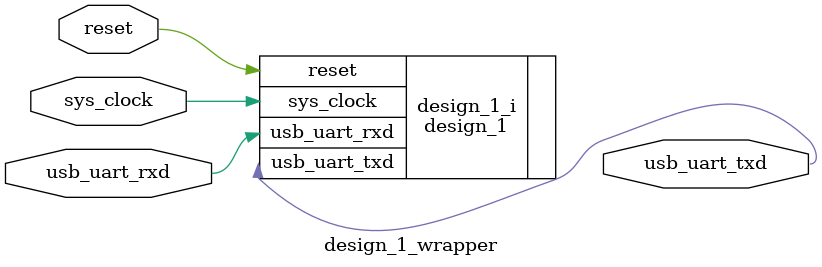
<source format=v>
`timescale 1 ps / 1 ps

module design_1_wrapper
   (reset,
    sys_clock,
    usb_uart_rxd,
    usb_uart_txd);
  input reset;
  input sys_clock;
  input usb_uart_rxd;
  output usb_uart_txd;

  wire reset;
  wire sys_clock;
  wire usb_uart_rxd;
  wire usb_uart_txd;

  design_1 design_1_i
       (.reset(reset),
        .sys_clock(sys_clock),
        .usb_uart_rxd(usb_uart_rxd),
        .usb_uart_txd(usb_uart_txd));
endmodule

</source>
